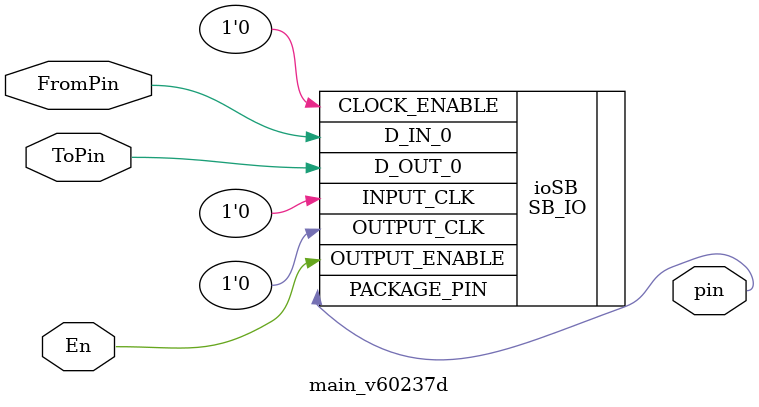
<source format=v>

`default_nettype none

module main (
 input v3a281f,
 input vaef0cd,
 input vdcdfc1,
 output vee2768,
 output [0:4] vinit
);
 wire w0;
 wire w1;
 wire w2;
 wire w3;
 assign vee2768 = w0;
 assign w1 = vdcdfc1;
 assign w2 = v3a281f;
 assign w3 = vaef0cd;
 main_v60237d v60237d (
  .pin(w0),
  .En(w1),
  .ToPin(w2),
  .FromPin(w3)
 );
 assign vinit = 5'b00000;
endmodule

module main_v60237d (
 input ToPin,
 input FromPin,
 input En,
 output pin
);
 // Output Triestado - Input directo
 
 SB_IO #(
       .PIN_TYPE(6'b1010_01),
       .PULLUP(1'b0)
       //.NEG_TRIGGER(1'b0),
       //.IO_STANDARD(SB_LVCMOS)
   ) ioSB (
       .PACKAGE_PIN(pin),
       //.LATCH_INPUT_VALUE(1'b1),
       .CLOCK_ENABLE(1'b0),
       .INPUT_CLK(1'b0),
       .OUTPUT_CLK(1'b0),
       .OUTPUT_ENABLE(En),
       .D_OUT_0(ToPin),
       .D_IN_0(FromPin)
        );
endmodule

</source>
